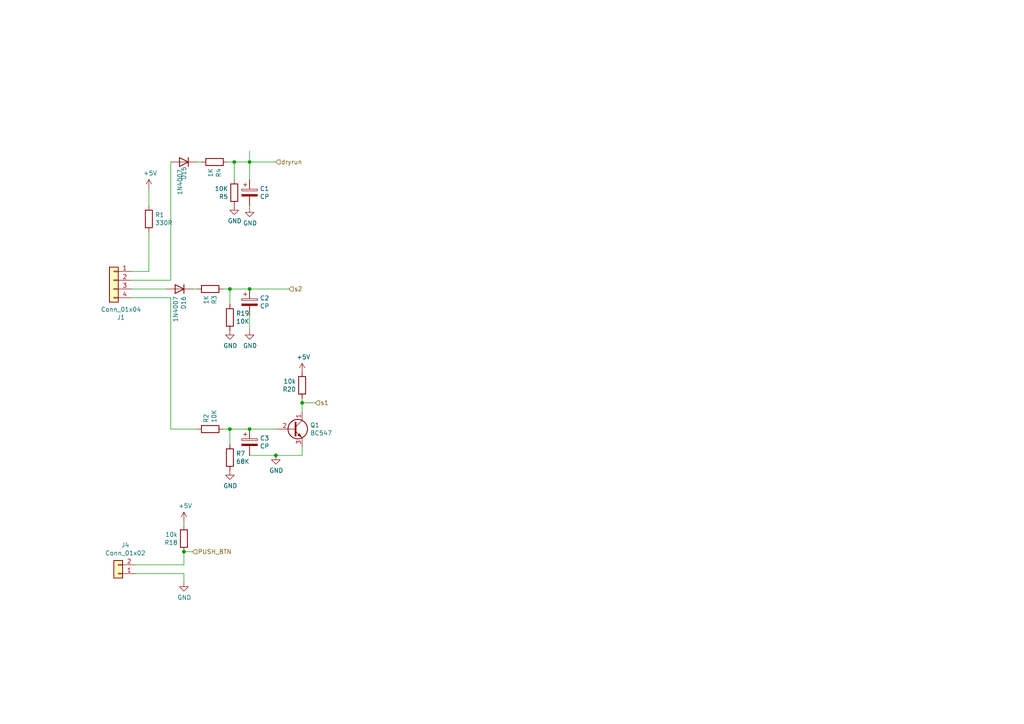
<source format=kicad_sch>
(kicad_sch (version 20211123) (generator eeschema)
  (paper "A4")
  (lib_symbols
    (symbol "Connector_Generic:Conn_01x02" (pin_names (offset 1.016) hide)
      (property "Reference" "J" (at 0 2.54 0))
      (property "Value" "Conn_01x02" (at 0 -5.08 0))
      (symbol "Conn_01x02_1_1"
        (rectangle (start -1.27 -2.413) (end 0 -2.667) (stroke (width 0.1524)))
        (rectangle (start -1.27 0.127) (end 0 -0.127) (stroke (width 0.1524)))
        (rectangle (start -1.27 1.27) (end 1.27 -3.81) (stroke (width 0.254)) (fill (type background)))
        (pin passive line (at -5.08 0 0) (length 3.81) (name "Pin_1") (number "1"))
        (pin passive line (at -5.08 -2.54 0) (length 3.81) (name "Pin_2") (number "2"))
      )
    )
    (symbol "Connector_Generic:Conn_01x04" (pin_names (offset 1.016) hide)
      (property "Reference" "J" (at 0 5.08 0))
      (property "Value" "Conn_01x04" (at 0 -7.62 0))
      (symbol "Conn_01x04_1_1"
        (rectangle (start -1.27 -4.953) (end 0 -5.207) (stroke (width 0.1524)))
        (rectangle (start -1.27 -2.413) (end 0 -2.667) (stroke (width 0.1524)))
        (rectangle (start -1.27 0.127) (end 0 -0.127) (stroke (width 0.1524)))
        (rectangle (start -1.27 2.667) (end 0 2.413) (stroke (width 0.1524)))
        (rectangle (start -1.27 3.81) (end 1.27 -6.35) (stroke (width 0.254)) (fill (type background)))
        (pin passive line (at -5.08 2.54 0) (length 3.81) (name "Pin_1") (number "1"))
        (pin passive line (at -5.08 0 0) (length 3.81) (name "Pin_2") (number "2"))
        (pin passive line (at -5.08 -2.54 0) (length 3.81) (name "Pin_3") (number "3"))
        (pin passive line (at -5.08 -5.08 0) (length 3.81) (name "Pin_4") (number "4"))
      )
    )
    (symbol "Device:R" (pin_numbers hide) (pin_names (offset 0))
      (property "Reference" "R" (at 2.032 0 90))
      (property "Value" "R" (at 0 0 90))
      (symbol "R_0_1"
        (rectangle (start -1.016 -2.54) (end 1.016 2.54) (stroke (width 0.254)))
      )
      (symbol "R_1_1"
        (pin passive line (at 0 3.81 270) (length 1.27) (name "~") (number "1"))
        (pin passive line (at 0 -3.81 90) (length 1.27) (name "~") (number "2"))
      )
    )
    (symbol "Diode:1N4007" (pin_numbers hide) (pin_names (offset 1.016) hide)
      (property "Reference" "D" (at 0 2.54 0))
      (property "Value" "1N4007" (at 0 -2.54 0))
      (symbol "1N4007_0_1"
        (polyline (pts (xy -1.27 1.27) (xy -1.27 -1.27)) (stroke (width 0.254)))
        (polyline (pts (xy 1.27 0) (xy -1.27 0)))
        (polyline (pts (xy 1.27 1.27) (xy 1.27 -1.27) (xy -1.27 0) (xy 1.27 1.27)) (stroke (width 0.254)))
      )
      (symbol "1N4007_1_1"
        (pin passive line (at -3.81 0 0) (length 2.54) (name "K") (number "1"))
        (pin passive line (at 3.81 0 180) (length 2.54) (name "A") (number "2"))
      )
    )
    (symbol "Oflow_pcb-rescue:CP-Device" (pin_numbers hide) (pin_names (offset 0.254))
      (property "Reference" "C" (at 0.635 2.54 0))
      (property "Value" "CP-Device" (at 0.635 -2.54 0))
      (symbol "CP-Device_0_1"
        (rectangle (start -2.286 0.508) (end 2.286 1.016))
        (polyline (pts (xy -1.778 2.286) (xy -0.762 2.286)))
        (polyline (pts (xy -1.27 2.794) (xy -1.27 1.778)))
        (rectangle (start 2.286 -0.508) (end -2.286 -1.016) (fill (type outline)))
      )
      (symbol "CP-Device_1_1"
        (pin passive line (at 0 3.81 270) (length 2.794) (name "~") (number "1"))
        (pin passive line (at 0 -3.81 90) (length 2.794) (name "~") (number "2"))
      )
    )
    (symbol "Transistor_BJT:BC547" (pin_names (offset 0) hide)
      (property "Reference" "Q" (at 5.08 1.905 0))
      (property "Value" "BC547" (at 5.08 0 0))
      (symbol "BC547_0_1"
        (polyline (pts (xy 0 0) (xy 0.635 0)))
        (polyline (pts (xy 0.635 0.635) (xy 2.54 2.54)))
        (polyline (pts (xy 0.635 -0.635) (xy 2.54 -2.54) (xy 2.54 -2.54)))
        (polyline (pts (xy 0.635 1.905) (xy 0.635 -1.905) (xy 0.635 -1.905)) (stroke (width 0.508)))
        (polyline (pts (xy 1.27 -1.778) (xy 1.778 -1.27) (xy 2.286 -2.286) (xy 1.27 -1.778) (xy 1.27 -1.778)) (fill (type outline)))
        (circle (center 1.27 0) (radius 2.8194) (stroke (width 0.254)))
      )
      (symbol "BC547_1_1"
        (pin passive line (at 2.54 5.08 270) (length 2.54) (name "C") (number "1"))
        (pin input line (at -5.08 0 0) (length 5.08) (name "B") (number "2"))
        (pin passive line (at 2.54 -5.08 90) (length 2.54) (name "E") (number "3"))
      )
    )
    (symbol "power:+5V" (power) (pin_names (offset 0))
      (property "Value" "+5V" (at 0 3.556 0))
      (symbol "+5V_0_1"
        (polyline (pts (xy -0.762 1.27) (xy 0 2.54)))
        (polyline (pts (xy 0 0) (xy 0 2.54)))
        (polyline (pts (xy 0 2.54) (xy 0.762 1.27)))
      )
      (symbol "+5V_1_1"
        (pin power_in line (at 0 0 90) (length 0) hide (name "+5V") (number "1"))
      )
    )
    (symbol "power:GND" (power) (pin_names (offset 0))
      (property "Value" "GND" (at 0 -3.81 0))
      (symbol "GND_0_1"
        (polyline (pts (xy 0 0) (xy 0 -1.27) (xy 1.27 -1.27) (xy 0 -2.54) (xy -1.27 -1.27) (xy 0 -1.27)))
      )
      (symbol "GND_1_1"
        (pin power_in line (at 0 0 270) (length 0) hide (name "GND") (number "1"))
      )
    )
  )
  (junction (at 66.675 124.46))
  (junction (at 66.675 83.82))
  (junction (at 72.39 46.99))
  (junction (at 53.34 160.02))
  (junction (at 72.39 83.82))
  (junction (at 72.39 124.46))
  (junction (at 87.63 116.84))
  (junction (at 80.01 132.08))
  (junction (at 67.945 46.99))
  (wire (pts (xy 49.53 124.46) (xy 49.53 86.36)))
  (wire (pts (xy 91.44 116.84) (xy 87.63 116.84)))
  (wire (pts (xy 72.39 124.46) (xy 80.01 124.46)))
  (wire (pts (xy 43.18 67.31) (xy 43.18 78.74)))
  (wire (pts (xy 66.04 46.99) (xy 67.945 46.99)))
  (wire (pts (xy 87.63 116.84) (xy 87.63 119.38)))
  (wire (pts (xy 72.39 46.99) (xy 72.39 52.07)))
  (wire (pts (xy 49.53 81.28) (xy 49.53 46.99)))
  (wire (pts (xy 39.37 166.37) (xy 53.34 166.37)))
  (wire (pts (xy 55.88 160.02) (xy 53.34 160.02)))
  (wire (pts (xy 72.39 83.82) (xy 83.82 83.82)))
  (wire (pts (xy 38.1 83.82) (xy 48.26 83.82)))
  (wire (pts (xy 72.39 132.08) (xy 80.01 132.08)))
  (wire (pts (xy 64.77 83.82) (xy 66.675 83.82)))
  (wire (pts (xy 64.77 124.46) (xy 66.675 124.46)))
  (wire (pts (xy 53.34 166.37) (xy 53.34 168.91)))
  (wire (pts (xy 43.18 54.61) (xy 43.18 59.69)))
  (wire (pts (xy 66.675 128.905) (xy 66.675 124.46)))
  (wire (pts (xy 72.39 59.69) (xy 72.39 60.325)))
  (wire (pts (xy 72.39 46.99) (xy 80.01 46.99)))
  (wire (pts (xy 72.39 95.885) (xy 72.39 91.44)))
  (wire (pts (xy 72.39 43.815) (xy 72.39 46.99)))
  (wire (pts (xy 80.01 132.08) (xy 87.63 132.08)))
  (wire (pts (xy 87.63 132.08) (xy 87.63 129.54)))
  (wire (pts (xy 53.34 152.4) (xy 53.34 151.13)))
  (wire (pts (xy 66.675 88.265) (xy 66.675 83.82)))
  (wire (pts (xy 55.88 83.82) (xy 57.15 83.82)))
  (wire (pts (xy 67.945 46.99) (xy 72.39 46.99)))
  (wire (pts (xy 39.37 163.83) (xy 53.34 163.83)))
  (wire (pts (xy 49.53 86.36) (xy 38.1 86.36)))
  (wire (pts (xy 53.34 160.02) (xy 53.34 163.83)))
  (wire (pts (xy 67.945 52.07) (xy 67.945 46.99)))
  (wire (pts (xy 87.63 115.57) (xy 87.63 116.84)))
  (wire (pts (xy 49.53 124.46) (xy 57.15 124.46)))
  (wire (pts (xy 58.42 46.99) (xy 57.15 46.99)))
  (wire (pts (xy 38.1 81.28) (xy 49.53 81.28)))
  (wire (pts (xy 66.675 124.46) (xy 72.39 124.46)))
  (wire (pts (xy 66.675 83.82) (xy 72.39 83.82)))
  (wire (pts (xy 43.18 78.74) (xy 38.1 78.74)))
  (hierarchical_label "s2" (shape input) (at 83.82 83.82 0))
  (hierarchical_label "dryrun" (shape input) (at 80.01 46.99 0))
  (hierarchical_label "s1" (shape input) (at 91.44 116.84 0))
  (hierarchical_label "PUSH_BTN" (shape input) (at 55.88 160.02 0))
  (symbol (lib_id "Device:R") (at 60.96 83.82 270) (unit 1)
    (property "Reference" "R3" (at 62.1284 85.598 0) (effects (justify left)))
    (property "Value" "1K" (at 59.817 85.598 0) (effects (justify left)))
    (property "Footprint" "Resistor_THT:R_Axial_DIN0207_L6.3mm_D2.5mm_P10.16mm_Horizontal" (effects hide))
  )
  (symbol (lib_id "Connector_Generic:Conn_01x02") (at 34.29 166.37 180) (unit 1)
    (property "Reference" "J4" (at 36.3728 158.115 0))
    (property "Value" "Conn_01x02" (at 36.3728 160.4264 0))
    (property "Footprint" "TerminalBlock:TerminalBlock_bornier-2_P5.08mm" (effects hide))
  )
  (symbol (lib_id "power:+5V") (at 53.34 151.13 0) (unit 1)
    (property "Reference" "#PWR0103" (effects hide))
    (property "Value" "+5V" (at 53.721 146.7358 0))
  )
  (symbol (lib_id "power:GND") (at 53.34 168.91 0) (unit 1)
    (property "Reference" "#PWR0104" (effects hide))
    (property "Value" "GND" (at 53.467 173.3042 0))
  )
  (symbol (lib_id "Oflow_pcb-rescue:CP-Device") (at 72.39 87.63 0) (unit 1)
    (property "Reference" "C2" (at 75.3872 86.4616 0) (effects (justify left)))
    (property "Value" "CP" (at 75.3872 88.773 0) (effects (justify left)))
    (property "Footprint" "Capacitor_THT:CP_Radial_D5.0mm_P2.50mm" (effects hide))
  )
  (symbol (lib_id "power:GND") (at 72.39 95.885 0) (unit 1)
    (property "Reference" "#PWR05" (effects hide))
    (property "Value" "GND" (at 72.517 100.2792 0))
  )
  (symbol (lib_id "Connector_Generic:Conn_01x04") (at 33.02 81.28 0) (mirror y) (unit 1)
    (property "Reference" "J1" (at 35.1028 92.075 0))
    (property "Value" "Conn_01x04" (at 35.1028 89.7636 0))
    (property "Footprint" "myLib:TerminalBlock_bornier-4_P5.08mm" (effects hide))
  )
  (symbol (lib_id "Device:R") (at 43.18 63.5 0) (unit 1)
    (property "Reference" "R1" (at 44.958 62.3316 0) (effects (justify left)))
    (property "Value" "330R" (at 44.958 64.643 0) (effects (justify left)))
    (property "Footprint" "Resistor_THT:R_Axial_DIN0207_L6.3mm_D2.5mm_P10.16mm_Horizontal" (effects hide))
  )
  (symbol (lib_id "power:+5V") (at 43.18 54.61 0) (unit 1)
    (property "Reference" "#PWR03" (effects hide))
    (property "Value" "+5V" (at 43.561 50.2158 0))
  )
  (symbol (lib_id "Device:R") (at 53.34 156.21 180) (unit 1)
    (property "Reference" "R18" (at 51.562 157.3784 0) (effects (justify left)))
    (property "Value" "10k" (at 51.562 155.067 0) (effects (justify left)))
    (property "Footprint" "Resistor_THT:R_Axial_DIN0207_L6.3mm_D2.5mm_P10.16mm_Horizontal" (effects hide))
  )
  (symbol (lib_id "Device:R") (at 60.96 124.46 90) (unit 1)
    (property "Reference" "R2" (at 59.7916 122.682 0) (effects (justify left)))
    (property "Value" "10K" (at 62.103 122.682 0) (effects (justify left)))
    (property "Footprint" "MyLib:R_Axial_DIN0207_L6.3mm_D2.5mm_P10.16mm_Horizontal" (effects hide))
  )
  (symbol (lib_id "Device:R") (at 66.675 92.075 0) (unit 1)
    (property "Reference" "R19" (at 68.453 90.9066 0) (effects (justify left)))
    (property "Value" "10K" (at 68.453 93.218 0) (effects (justify left)))
    (property "Footprint" "Resistor_THT:R_Axial_DIN0207_L6.3mm_D2.5mm_P10.16mm_Horizontal" (effects hide))
  )
  (symbol (lib_id "Device:R") (at 67.945 55.88 180) (unit 1)
    (property "Reference" "R5" (at 66.167 57.0484 0) (effects (justify left)))
    (property "Value" "10K" (at 66.167 54.737 0) (effects (justify left)))
    (property "Footprint" "MyLib:R_Axial_DIN0207_L6.3mm_D2.5mm_P10.16mm_Horizontal" (effects hide))
  )
  (symbol (lib_id "power:+5V") (at 87.63 107.95 0) (unit 1)
    (property "Reference" "#PWR0116" (effects hide))
    (property "Value" "+5V" (at 88.011 103.5558 0))
  )
  (symbol (lib_id "power:GND") (at 72.39 60.325 0) (unit 1)
    (property "Reference" "#PWR0113" (effects hide))
    (property "Value" "GND" (at 72.517 64.7192 0))
  )
  (symbol (lib_id "power:GND") (at 66.675 136.525 0) (unit 1)
    (property "Reference" "#PWR0112" (effects hide))
    (property "Value" "GND" (at 66.802 140.9192 0))
  )
  (symbol (lib_id "Transistor_BJT:BC547") (at 85.09 124.46 0) (unit 1)
    (property "Reference" "Q1" (at 89.9414 123.2916 0) (effects (justify left)))
    (property "Value" "BC547" (at 89.9414 125.603 0) (effects (justify left)))
    (property "Footprint" "Package_TO_SOT_THT:TO-92L_Wide" (effects hide))
    (property "Datasheet" "https://www.onsemi.com/pub/Collateral/BC550-D.pdf" (effects hide))
  )
  (symbol (lib_id "Device:R") (at 66.675 132.715 0) (unit 1)
    (property "Reference" "R7" (at 68.453 131.5466 0) (effects (justify left)))
    (property "Value" "68K" (at 68.453 133.858 0) (effects (justify left)))
    (property "Footprint" "Resistor_THT:R_Axial_DIN0207_L6.3mm_D2.5mm_P10.16mm_Horizontal" (effects hide))
  )
  (symbol (lib_id "Device:R") (at 62.23 46.99 270) (unit 1)
    (property "Reference" "R4" (at 63.3984 48.768 0) (effects (justify left)))
    (property "Value" "1K" (at 61.087 48.768 0) (effects (justify left)))
    (property "Footprint" "Resistor_THT:R_Axial_DIN0207_L6.3mm_D2.5mm_P10.16mm_Horizontal" (effects hide))
  )
  (symbol (lib_id "Diode:1N4007") (at 53.34 46.99 180) (unit 1)
    (property "Reference" "D15" (at 53.34 48.26 90) (effects (justify left)))
    (property "Value" "1N4007" (at 52.197 49.022 90) (effects (justify left)))
    (property "Footprint" "Diode_THT:D_DO-41_SOD81_P10.16mm_Horizontal" (effects hide))
    (property "Datasheet" "http://www.vishay.com/docs/88503/1n4001.pdf" (effects hide))
  )
  (symbol (lib_id "Oflow_pcb-rescue:CP-Device") (at 72.39 128.27 0) (unit 1)
    (property "Reference" "C3" (at 75.3872 127.1016 0) (effects (justify left)))
    (property "Value" "CP" (at 75.3872 129.413 0) (effects (justify left)))
    (property "Footprint" "Capacitor_THT:CP_Radial_D5.0mm_P2.50mm" (effects hide))
  )
  (symbol (lib_id "power:GND") (at 67.945 59.69 0) (unit 1)
    (property "Reference" "#PWR0114" (effects hide))
    (property "Value" "GND" (at 68.072 64.0842 0))
  )
  (symbol (lib_id "Diode:1N4007") (at 52.07 83.82 180) (unit 1)
    (property "Reference" "D16" (at 53.2384 85.852 90) (effects (justify left)))
    (property "Value" "1N4007" (at 50.927 85.852 90) (effects (justify left)))
    (property "Footprint" "Diode_THT:D_DO-41_SOD81_P10.16mm_Horizontal" (effects hide))
    (property "Datasheet" "http://www.vishay.com/docs/88503/1n4001.pdf" (effects hide))
  )
  (symbol (lib_id "Oflow_pcb-rescue:CP-Device") (at 72.39 55.88 0) (unit 1)
    (property "Reference" "C1" (at 75.3872 54.7116 0) (effects (justify left)))
    (property "Value" "CP" (at 75.3872 57.023 0) (effects (justify left)))
    (property "Footprint" "Capacitor_THT:CP_Radial_D5.0mm_P2.50mm" (effects hide))
  )
  (symbol (lib_id "power:GND") (at 80.01 132.08 0) (unit 1)
    (property "Reference" "#PWR0115" (effects hide))
    (property "Value" "GND" (at 80.137 136.4742 0))
  )
  (symbol (lib_id "power:GND") (at 66.675 95.885 0) (unit 1)
    (property "Reference" "#PWR0111" (effects hide))
    (property "Value" "GND" (at 66.802 100.2792 0))
  )
  (symbol (lib_id "Device:R") (at 87.63 111.76 180) (unit 1)
    (property "Reference" "R20" (at 85.852 112.9284 0) (effects (justify left)))
    (property "Value" "10k" (at 85.852 110.617 0) (effects (justify left)))
    (property "Footprint" "Resistor_THT:R_Axial_DIN0207_L6.3mm_D2.5mm_P10.16mm_Horizontal" (effects hide))
  )
)
</source>
